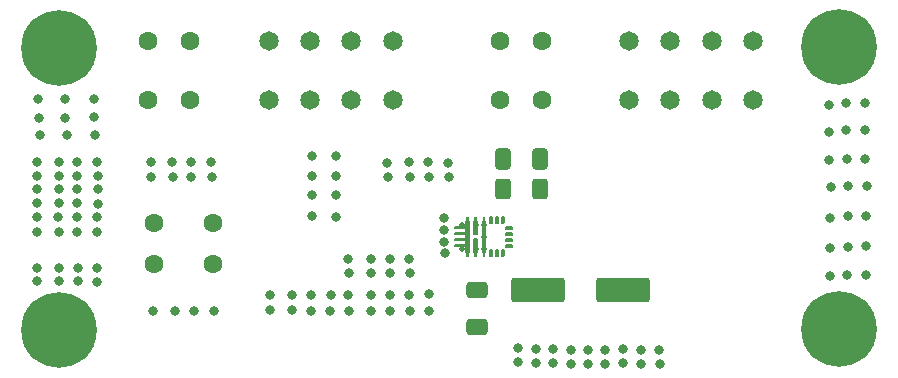
<source format=gbr>
%TF.GenerationSoftware,KiCad,Pcbnew,8.0.3*%
%TF.CreationDate,2024-08-06T18:37:16+01:00*%
%TF.ProjectId,DRV8243 DC Motor Driver Expander,44525638-3234-4332-9044-43204d6f746f,rev?*%
%TF.SameCoordinates,Original*%
%TF.FileFunction,Soldermask,Top*%
%TF.FilePolarity,Negative*%
%FSLAX46Y46*%
G04 Gerber Fmt 4.6, Leading zero omitted, Abs format (unit mm)*
G04 Created by KiCad (PCBNEW 8.0.3) date 2024-08-06 18:37:16*
%MOMM*%
%LPD*%
G01*
G04 APERTURE LIST*
G04 Aperture macros list*
%AMRoundRect*
0 Rectangle with rounded corners*
0 $1 Rounding radius*
0 $2 $3 $4 $5 $6 $7 $8 $9 X,Y pos of 4 corners*
0 Add a 4 corners polygon primitive as box body*
4,1,4,$2,$3,$4,$5,$6,$7,$8,$9,$2,$3,0*
0 Add four circle primitives for the rounded corners*
1,1,$1+$1,$2,$3*
1,1,$1+$1,$4,$5*
1,1,$1+$1,$6,$7*
1,1,$1+$1,$8,$9*
0 Add four rect primitives between the rounded corners*
20,1,$1+$1,$2,$3,$4,$5,0*
20,1,$1+$1,$4,$5,$6,$7,0*
20,1,$1+$1,$6,$7,$8,$9,0*
20,1,$1+$1,$8,$9,$2,$3,0*%
G04 Aperture macros list end*
%ADD10C,0.000000*%
%ADD11C,0.800000*%
%ADD12RoundRect,0.250000X0.400000X0.625000X-0.400000X0.625000X-0.400000X-0.625000X0.400000X-0.625000X0*%
%ADD13C,1.600200*%
%ADD14C,0.499999*%
%ADD15RoundRect,0.250001X-1.999999X-0.799999X1.999999X-0.799999X1.999999X0.799999X-1.999999X0.799999X0*%
%ADD16C,1.650000*%
%ADD17C,6.400000*%
%ADD18RoundRect,0.250000X0.412500X0.650000X-0.412500X0.650000X-0.412500X-0.650000X0.412500X-0.650000X0*%
%ADD19RoundRect,0.250000X-0.650000X0.412500X-0.650000X-0.412500X0.650000X-0.412500X0.650000X0.412500X0*%
G04 APERTURE END LIST*
D10*
%TO.C,U1*%
G36*
X131204401Y-94616001D02*
G01*
X131204401Y-95116000D01*
X131104401Y-95216000D01*
X130954399Y-95216000D01*
X130854399Y-95116000D01*
X130854399Y-94616001D01*
X130954399Y-94516001D01*
X131104401Y-94516001D01*
X131204401Y-94616001D01*
G37*
G36*
X131204401Y-97416000D02*
G01*
X131204401Y-97915999D01*
X131104401Y-98015999D01*
X130954399Y-98015999D01*
X130854399Y-97915999D01*
X130854399Y-97416000D01*
X130954399Y-97316000D01*
X131104401Y-97316000D01*
X131204401Y-97416000D01*
G37*
G36*
X131704400Y-94616001D02*
G01*
X131704400Y-95116000D01*
X131604400Y-95216000D01*
X131454400Y-95216000D01*
X131354401Y-95116000D01*
X131354401Y-94616001D01*
X131454400Y-94516001D01*
X131604400Y-94516001D01*
X131704400Y-94616001D01*
G37*
G36*
X131704400Y-97416000D02*
G01*
X131704400Y-97915999D01*
X131604400Y-98015999D01*
X131454400Y-98015999D01*
X131354401Y-97915999D01*
X131354401Y-97416000D01*
X131454400Y-97316000D01*
X131604400Y-97316000D01*
X131704400Y-97416000D01*
G37*
G36*
X132204399Y-97416000D02*
G01*
X132204399Y-97915999D01*
X132104399Y-98015999D01*
X131954399Y-98015999D01*
X131854400Y-97915999D01*
X131854400Y-97416000D01*
X131954399Y-97316000D01*
X132104399Y-97316000D01*
X132204399Y-97416000D01*
G37*
G36*
X132204399Y-94616001D02*
G01*
X132204399Y-95116000D01*
X132104399Y-95216000D01*
X131954399Y-95216000D01*
X131854400Y-95116000D01*
X131854400Y-94616001D01*
X131954399Y-94516001D01*
X132104399Y-94516001D01*
X132204399Y-94616001D01*
G37*
G36*
X132904400Y-95940999D02*
G01*
X132904400Y-96090999D01*
X132804400Y-96190999D01*
X132304399Y-96190999D01*
X132204399Y-96090999D01*
X132204399Y-95940999D01*
X132304399Y-95841000D01*
X132804400Y-95841000D01*
X132904400Y-95940999D01*
G37*
G36*
X132904400Y-96441001D02*
G01*
X132904400Y-96591001D01*
X132804400Y-96691000D01*
X132304399Y-96691000D01*
X132204399Y-96591001D01*
X132204399Y-96441001D01*
X132304399Y-96341001D01*
X132804400Y-96341001D01*
X132904400Y-96441001D01*
G37*
G36*
X132904400Y-96941000D02*
G01*
X132904400Y-97091000D01*
X132804400Y-97190999D01*
X132304399Y-97190999D01*
X132204399Y-97091000D01*
X132204399Y-96941000D01*
X132304399Y-96841000D01*
X132804400Y-96841000D01*
X132904400Y-96941000D01*
G37*
G36*
X132904400Y-95441000D02*
G01*
X132904400Y-95591000D01*
X132804400Y-95691000D01*
X132304399Y-95691000D01*
X132204399Y-95591000D01*
X132204399Y-95441000D01*
X132304399Y-95341001D01*
X132804400Y-95341001D01*
X132904400Y-95441000D01*
G37*
G36*
X129879382Y-94616024D02*
G01*
X129879385Y-94916023D01*
X129954383Y-94916023D01*
X129954383Y-96091022D01*
X129904383Y-96141024D01*
X129604384Y-96141022D01*
X129554384Y-96091024D01*
X129554384Y-94916023D01*
X129629385Y-94916023D01*
X129629385Y-94616024D01*
X129679385Y-94566024D01*
X129829385Y-94566024D01*
X129879382Y-94616024D01*
G37*
G36*
X129904416Y-96391001D02*
G01*
X129954416Y-96440998D01*
X129954416Y-97616000D01*
X129879415Y-97616000D01*
X129879415Y-97915999D01*
X129829415Y-97965999D01*
X129679415Y-97965999D01*
X129629418Y-97915999D01*
X129629416Y-97616000D01*
X129554417Y-97616000D01*
X129554417Y-96441001D01*
X129604417Y-96390998D01*
X129904416Y-96391001D01*
G37*
G36*
X130604433Y-96391001D02*
G01*
X130654433Y-96440998D01*
X130654433Y-97616000D01*
X130579431Y-97616000D01*
X130579431Y-97915999D01*
X130529429Y-97965999D01*
X130379432Y-97965999D01*
X130329432Y-97915999D01*
X130329432Y-97616000D01*
X130254431Y-97616000D01*
X130254433Y-96441001D01*
X130304433Y-96390998D01*
X130604433Y-96391001D01*
G37*
G36*
X130579398Y-94616001D02*
G01*
X130579401Y-94916000D01*
X130654400Y-94916000D01*
X130654400Y-96090999D01*
X130604400Y-96141002D01*
X130304400Y-96140999D01*
X130254400Y-96091002D01*
X130254400Y-94916000D01*
X130329399Y-94916000D01*
X130329401Y-94616001D01*
X130379401Y-94566001D01*
X130529401Y-94566001D01*
X130579398Y-94616001D01*
G37*
G36*
X129179401Y-94616001D02*
G01*
X129179401Y-94916000D01*
X129254400Y-94916000D01*
X129254400Y-97616000D01*
X129179401Y-97616000D01*
X129179399Y-97915999D01*
X129129399Y-97965999D01*
X128979399Y-97965999D01*
X128929399Y-97915999D01*
X128929399Y-97616000D01*
X128854401Y-97616000D01*
X128854401Y-97141000D01*
X128004400Y-97141000D01*
X127954400Y-97091000D01*
X127954400Y-96941000D01*
X128004400Y-96891000D01*
X128854401Y-96891000D01*
X128854401Y-96641001D01*
X128004400Y-96641001D01*
X127954400Y-96591001D01*
X127954400Y-96441001D01*
X128004400Y-96391001D01*
X128854401Y-96391001D01*
X128854401Y-96140999D01*
X128004400Y-96140999D01*
X127954400Y-96090999D01*
X127954400Y-95940999D01*
X128004400Y-95890999D01*
X128854401Y-95890999D01*
X128854401Y-95641000D01*
X128004400Y-95641000D01*
X127954400Y-95591000D01*
X127954400Y-95441000D01*
X128004400Y-95391000D01*
X128854401Y-95391000D01*
X128854401Y-94916000D01*
X128929399Y-94916000D01*
X128929399Y-94616001D01*
X128979399Y-94566001D01*
X129129399Y-94566001D01*
X129179401Y-94616001D01*
G37*
%TD*%
D11*
%TO.C,*%
X105690000Y-91170000D03*
%TD*%
%TO.C,*%
X137820000Y-105830000D03*
%TD*%
%TO.C,*%
X107380000Y-89960000D03*
%TD*%
%TO.C,*%
X96030000Y-93430000D03*
%TD*%
%TO.C,*%
X134820000Y-105760000D03*
%TD*%
%TO.C,*%
X92600000Y-91090000D03*
%TD*%
%TO.C,*%
X118980000Y-101190000D03*
%TD*%
%TO.C,*%
X127490000Y-91220000D03*
%TD*%
%TO.C,*%
X97540000Y-87630000D03*
%TD*%
%TO.C,*%
X104290000Y-102540000D03*
%TD*%
D12*
%TO.C,R1*%
X135200000Y-92250000D03*
X132100000Y-92250000D03*
%TD*%
D11*
%TO.C,*%
X115880000Y-92690000D03*
%TD*%
D13*
%TO.C,J3*%
X135331200Y-84654400D03*
X135331200Y-79654400D03*
X131831197Y-84654400D03*
X131831197Y-79654400D03*
%TD*%
D11*
%TO.C,*%
X124150000Y-102530000D03*
%TD*%
%TO.C,*%
X162750000Y-89640000D03*
%TD*%
%TO.C,*%
X94430000Y-89940000D03*
%TD*%
%TO.C,*%
X134840000Y-106950000D03*
%TD*%
%TO.C,*%
X114170000Y-102500000D03*
%TD*%
D14*
%TO.C,U1*%
X130454400Y-95265999D03*
X130454400Y-97266001D03*
X130454400Y-96266000D03*
X129754399Y-95265999D03*
X129754399Y-97266001D03*
X128604401Y-97266001D03*
X128604401Y-95265999D03*
%TD*%
D13*
%TO.C,J5*%
X102520000Y-98577200D03*
X107520000Y-98577200D03*
X102520000Y-95077197D03*
X107520000Y-95077197D03*
%TD*%
D11*
%TO.C,*%
X119040000Y-99320000D03*
%TD*%
%TO.C,*%
X142250000Y-106990000D03*
%TD*%
%TO.C,*%
X117940000Y-94570000D03*
%TD*%
%TO.C,*%
X162820000Y-97080000D03*
%TD*%
%TO.C,*%
X139230000Y-105870000D03*
%TD*%
%TO.C,*%
X115900000Y-89390000D03*
%TD*%
%TO.C,*%
X122470000Y-101200000D03*
%TD*%
%TO.C,*%
X96010000Y-95850000D03*
%TD*%
%TO.C,*%
X92710000Y-84600000D03*
%TD*%
%TO.C,*%
X94450000Y-93430000D03*
%TD*%
%TO.C,*%
X97720000Y-100060000D03*
%TD*%
%TO.C,*%
X124120000Y-101210000D03*
%TD*%
%TO.C,*%
X118980000Y-98160000D03*
%TD*%
%TO.C,*%
X122500000Y-102520000D03*
%TD*%
%TO.C,*%
X97430000Y-86150000D03*
%TD*%
%TO.C,*%
X161240000Y-97110000D03*
%TD*%
%TO.C,*%
X112320000Y-101180000D03*
%TD*%
%TO.C,*%
X92740000Y-86180000D03*
%TD*%
%TO.C,*%
X125770000Y-91200000D03*
%TD*%
D15*
%TO.C,C2*%
X135020000Y-100770000D03*
X142220000Y-100770000D03*
%TD*%
D11*
%TO.C,*%
X127070000Y-95680000D03*
%TD*%
%TO.C,*%
X95020000Y-86180000D03*
%TD*%
%TO.C,*%
X143730000Y-107020000D03*
%TD*%
%TO.C,*%
X92570000Y-94610000D03*
%TD*%
%TO.C,*%
X161170000Y-89670000D03*
%TD*%
%TO.C,*%
X139250000Y-107060000D03*
%TD*%
%TO.C,*%
X159760000Y-97220000D03*
%TD*%
%TO.C,*%
X125770000Y-101120000D03*
%TD*%
%TO.C,*%
X162790000Y-99460000D03*
%TD*%
%TO.C,*%
X94450000Y-100040000D03*
%TD*%
%TO.C,*%
X104080000Y-89940000D03*
%TD*%
%TO.C,*%
X92610000Y-93440000D03*
%TD*%
%TO.C,*%
X122350000Y-91210000D03*
%TD*%
%TO.C,*%
X96010000Y-89940000D03*
%TD*%
%TO.C,*%
X159660000Y-87370000D03*
%TD*%
%TO.C,*%
X92590000Y-95860000D03*
%TD*%
%TO.C,*%
X127130000Y-97650000D03*
%TD*%
%TO.C,*%
X94460000Y-98900000D03*
%TD*%
%TO.C,*%
X104110000Y-91170000D03*
%TD*%
D16*
%TO.C,J2*%
X122732800Y-84705200D03*
X122732800Y-79705200D03*
X119232800Y-84705200D03*
X119232800Y-79705200D03*
X115732800Y-84705200D03*
X115732800Y-79705200D03*
X112232800Y-84705200D03*
X112232800Y-79705200D03*
%TD*%
D11*
%TO.C,*%
X105910000Y-102550000D03*
%TD*%
%TO.C,*%
X92850000Y-87660000D03*
%TD*%
%TO.C,*%
X119010000Y-102510000D03*
%TD*%
%TO.C,*%
X92610000Y-92240000D03*
%TD*%
%TO.C,*%
X114190000Y-101180000D03*
%TD*%
%TO.C,*%
X115810000Y-101190000D03*
%TD*%
%TO.C,*%
X127030000Y-94640000D03*
%TD*%
%TO.C,*%
X112300000Y-102500000D03*
%TD*%
%TO.C,*%
X162820000Y-94500000D03*
%TD*%
%TO.C,*%
X127420000Y-89990000D03*
%TD*%
%TO.C,*%
X162860000Y-91950000D03*
%TD*%
%TO.C,*%
X96020000Y-91080000D03*
%TD*%
%TO.C,*%
X136320000Y-106990000D03*
%TD*%
%TO.C,*%
X95130000Y-87660000D03*
%TD*%
%TO.C,*%
X140710000Y-107020000D03*
%TD*%
%TO.C,*%
X92580000Y-100040000D03*
%TD*%
%TO.C,*%
X161210000Y-99490000D03*
%TD*%
%TO.C,*%
X102240000Y-89950000D03*
%TD*%
%TO.C,*%
X94430000Y-95850000D03*
%TD*%
%TO.C,*%
X96080000Y-98910000D03*
%TD*%
D13*
%TO.C,J1*%
X105537001Y-84709000D03*
X105537001Y-79709000D03*
X102036998Y-84709000D03*
X102036998Y-79709000D03*
%TD*%
D11*
%TO.C,*%
X117930000Y-91150000D03*
%TD*%
%TO.C,*%
X161280000Y-91980000D03*
%TD*%
%TO.C,*%
X159760000Y-94640000D03*
%TD*%
%TO.C,*%
X127070000Y-96680000D03*
%TD*%
%TO.C,*%
X97730000Y-98920000D03*
%TD*%
%TO.C,*%
X145330000Y-107040000D03*
%TD*%
%TO.C,*%
X161140000Y-84980000D03*
%TD*%
%TO.C,*%
X145310000Y-105850000D03*
%TD*%
%TO.C,*%
X97730000Y-89960000D03*
%TD*%
%TO.C,H2*%
X158128000Y-80183056D03*
X158830944Y-78486000D03*
X158830944Y-81880112D03*
X160528000Y-77783056D03*
D17*
X160528000Y-80183056D03*
D11*
X160528000Y-82583056D03*
X162225056Y-78486000D03*
X162225056Y-81880112D03*
X162928000Y-80183056D03*
%TD*%
%TO.C,*%
X161140000Y-87260000D03*
%TD*%
%TO.C,*%
X143710000Y-105830000D03*
%TD*%
%TO.C,*%
X105660000Y-89940000D03*
%TD*%
%TO.C,*%
X122470000Y-98170000D03*
%TD*%
%TO.C,*%
X124120000Y-98180000D03*
%TD*%
%TO.C,*%
X94990000Y-84600000D03*
%TD*%
%TO.C,*%
X97750000Y-92250000D03*
%TD*%
%TO.C,*%
X97750000Y-93450000D03*
%TD*%
%TO.C,*%
X115790000Y-102510000D03*
%TD*%
%TO.C,H3*%
X92088000Y-104140000D03*
X92790944Y-102442944D03*
X92790944Y-105837056D03*
X94488000Y-101740000D03*
D17*
X94488000Y-104140000D03*
D11*
X94488000Y-106540000D03*
X96185056Y-102442944D03*
X96185056Y-105837056D03*
X96888000Y-104140000D03*
%TD*%
%TO.C,*%
X120850000Y-101190000D03*
%TD*%
%TO.C,*%
X102270000Y-91180000D03*
%TD*%
%TO.C,*%
X97730000Y-95870000D03*
%TD*%
%TO.C,*%
X94410000Y-94600000D03*
%TD*%
%TO.C,*%
X120910000Y-99320000D03*
%TD*%
%TO.C,*%
X162720000Y-84950000D03*
%TD*%
%TO.C,*%
X124120000Y-89970000D03*
%TD*%
%TO.C,*%
X122530000Y-99330000D03*
%TD*%
%TO.C,*%
X125700000Y-89970000D03*
%TD*%
%TO.C,*%
X115880000Y-91110000D03*
%TD*%
%TO.C,*%
X124180000Y-99340000D03*
%TD*%
%TO.C,*%
X133320000Y-106890000D03*
%TD*%
%TO.C,*%
X142230000Y-105800000D03*
%TD*%
%TO.C,*%
X97710000Y-94620000D03*
%TD*%
%TO.C,*%
X92590000Y-98900000D03*
%TD*%
%TO.C,*%
X107410000Y-91190000D03*
%TD*%
%TO.C,*%
X94440000Y-91080000D03*
%TD*%
%TO.C,*%
X161240000Y-94530000D03*
%TD*%
%TO.C,*%
X136300000Y-105800000D03*
%TD*%
%TO.C,*%
X97740000Y-91100000D03*
%TD*%
%TO.C,*%
X96070000Y-100050000D03*
%TD*%
D18*
%TO.C,C3*%
X135202500Y-89640000D03*
X132077500Y-89640000D03*
%TD*%
D11*
%TO.C,*%
X162720000Y-87230000D03*
%TD*%
%TO.C,*%
X92590000Y-89950000D03*
%TD*%
%TO.C,*%
X133300000Y-105700000D03*
%TD*%
%TO.C,*%
X115890000Y-94530000D03*
%TD*%
%TO.C,*%
X102420000Y-102540000D03*
%TD*%
%TO.C,*%
X120880000Y-102510000D03*
%TD*%
%TO.C,*%
X95990000Y-94600000D03*
%TD*%
D19*
%TO.C,C1*%
X129880000Y-100767500D03*
X129880000Y-103892500D03*
%TD*%
D11*
%TO.C,*%
X159800000Y-92090000D03*
%TD*%
%TO.C,*%
X96030000Y-92230000D03*
%TD*%
%TO.C,*%
X117950000Y-89430000D03*
%TD*%
%TO.C,*%
X117440000Y-102520000D03*
%TD*%
%TO.C,*%
X124190000Y-91200000D03*
%TD*%
%TO.C,*%
X159730000Y-99600000D03*
%TD*%
%TO.C,*%
X125820000Y-102560002D03*
%TD*%
%TO.C,*%
X94450000Y-92230000D03*
%TD*%
%TO.C,*%
X140690000Y-105830000D03*
%TD*%
%TO.C,*%
X107560000Y-102560000D03*
%TD*%
D16*
%TO.C,J4*%
X153244000Y-84694400D03*
X153244000Y-79694400D03*
X149744000Y-84694400D03*
X149744000Y-79694400D03*
X146244000Y-84694400D03*
X146244000Y-79694400D03*
X142744000Y-84694400D03*
X142744000Y-79694400D03*
%TD*%
D11*
%TO.C,*%
X117930000Y-92730000D03*
%TD*%
%TO.C,H1*%
X92088000Y-80264000D03*
X92790944Y-78566944D03*
X92790944Y-81961056D03*
X94488000Y-77864000D03*
D17*
X94488000Y-80264000D03*
D11*
X94488000Y-82664000D03*
X96185056Y-78566944D03*
X96185056Y-81961056D03*
X96888000Y-80264000D03*
%TD*%
%TO.C,*%
X137840000Y-107020000D03*
%TD*%
%TO.C,*%
X159690000Y-89780000D03*
%TD*%
%TO.C,*%
X122280000Y-89980000D03*
%TD*%
%TO.C,*%
X97400000Y-84570000D03*
%TD*%
%TO.C,*%
X117460000Y-101200000D03*
%TD*%
%TO.C,H4*%
X158128000Y-104093944D03*
X158830944Y-102396888D03*
X158830944Y-105791000D03*
X160528000Y-101693944D03*
D17*
X160528000Y-104093944D03*
D11*
X160528000Y-106493944D03*
X162225056Y-102396888D03*
X162225056Y-105791000D03*
X162928000Y-104093944D03*
%TD*%
%TO.C,*%
X120850000Y-98160000D03*
%TD*%
%TO.C,*%
X159660000Y-85090000D03*
%TD*%
M02*

</source>
